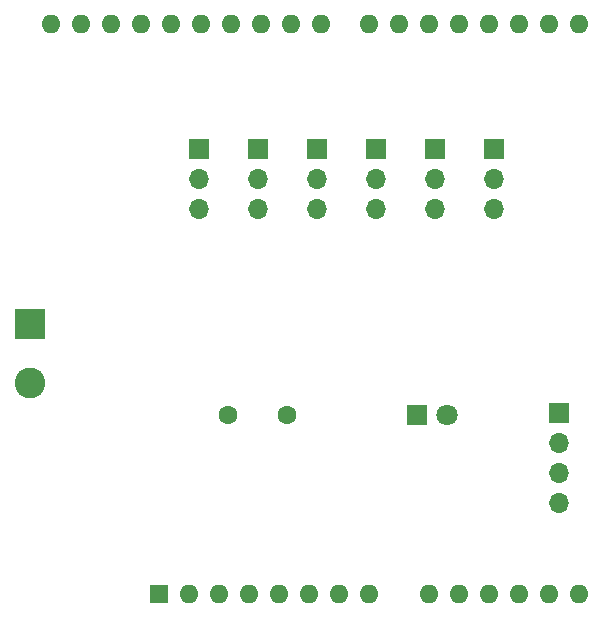
<source format=gbr>
%TF.GenerationSoftware,KiCad,Pcbnew,7.0.7*%
%TF.CreationDate,2023-12-25T18:53:56+09:00*%
%TF.ProjectId,arduino_robotarm_shield,61726475-696e-46f5-9f72-6f626f746172,rev?*%
%TF.SameCoordinates,Original*%
%TF.FileFunction,Soldermask,Top*%
%TF.FilePolarity,Negative*%
%FSLAX46Y46*%
G04 Gerber Fmt 4.6, Leading zero omitted, Abs format (unit mm)*
G04 Created by KiCad (PCBNEW 7.0.7) date 2023-12-25 18:53:56*
%MOMM*%
%LPD*%
G01*
G04 APERTURE LIST*
%ADD10R,1.700000X1.700000*%
%ADD11O,1.700000X1.700000*%
%ADD12R,2.600000X2.600000*%
%ADD13C,2.600000*%
%ADD14R,1.800000X1.800000*%
%ADD15C,1.800000*%
%ADD16C,1.600000*%
%ADD17R,1.600000X1.600000*%
%ADD18O,1.600000X1.600000*%
G04 APERTURE END LIST*
D10*
%TO.C,J8*%
X177546000Y-65786000D03*
D11*
X177546000Y-68326000D03*
X177546000Y-70866000D03*
X177546000Y-73406000D03*
%TD*%
D10*
%TO.C,J4*%
X162025000Y-43475000D03*
D11*
X162025000Y-46015000D03*
X162025000Y-48555000D03*
%TD*%
D12*
%TO.C,J1*%
X132695000Y-58305000D03*
D13*
X132695000Y-63305000D03*
%TD*%
D14*
%TO.C,D1*%
X165460000Y-66000000D03*
D15*
X168000000Y-66000000D03*
%TD*%
D10*
%TO.C,J7*%
X147025000Y-43475000D03*
D11*
X147025000Y-46015000D03*
X147025000Y-48555000D03*
%TD*%
D16*
%TO.C,R1*%
X154500000Y-66000000D03*
X149500000Y-66000000D03*
%TD*%
D10*
%TO.C,J3*%
X167000000Y-43460000D03*
D11*
X167000000Y-46000000D03*
X167000000Y-48540000D03*
%TD*%
D10*
%TO.C,J5*%
X157025000Y-43475000D03*
D11*
X157025000Y-46015000D03*
X157025000Y-48555000D03*
%TD*%
D10*
%TO.C,J6*%
X152025000Y-43475000D03*
D11*
X152025000Y-46015000D03*
X152025000Y-48555000D03*
%TD*%
D10*
%TO.C,J2*%
X172000000Y-43460000D03*
D11*
X172000000Y-46000000D03*
X172000000Y-48540000D03*
%TD*%
D17*
%TO.C,A1*%
X143640000Y-81120000D03*
D18*
X146180000Y-81120000D03*
X148720000Y-81120000D03*
X151260000Y-81120000D03*
X153800000Y-81120000D03*
X156340000Y-81120000D03*
X158880000Y-81120000D03*
X161420000Y-81120000D03*
X166500000Y-81120000D03*
X169040000Y-81120000D03*
X171580000Y-81120000D03*
X174120000Y-81120000D03*
X176660000Y-81120000D03*
X179200000Y-81120000D03*
X179200000Y-32860000D03*
X176660000Y-32860000D03*
X174120000Y-32860000D03*
X171580000Y-32860000D03*
X169040000Y-32860000D03*
X166500000Y-32860000D03*
X163960000Y-32860000D03*
X161420000Y-32860000D03*
X157360000Y-32860000D03*
X154820000Y-32860000D03*
X152280000Y-32860000D03*
X149740000Y-32860000D03*
X147200000Y-32860000D03*
X144660000Y-32860000D03*
X142120000Y-32860000D03*
X139580000Y-32860000D03*
X137040000Y-32860000D03*
X134500000Y-32860000D03*
%TD*%
M02*

</source>
